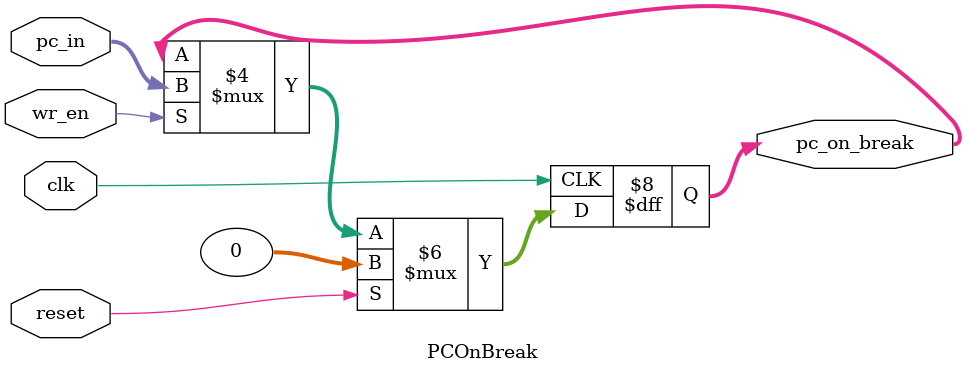
<source format=v>
/* verilator lint_off UNUSED */

module PCOnBreak(clk, reset, wr_en, pc_in, pc_on_break);
input clk;
input reset;
input wr_en;
input [31:0] pc_in;
output reg [31:0] pc_on_break;

always @ (posedge clk)
  begin
    if (~reset)
      begin
        if (wr_en)
          begin
            pc_on_break <= pc_in;
          end
      end
    else
      begin
        pc_on_break <= 32'h00000000;
      end
  end
endmodule

</source>
